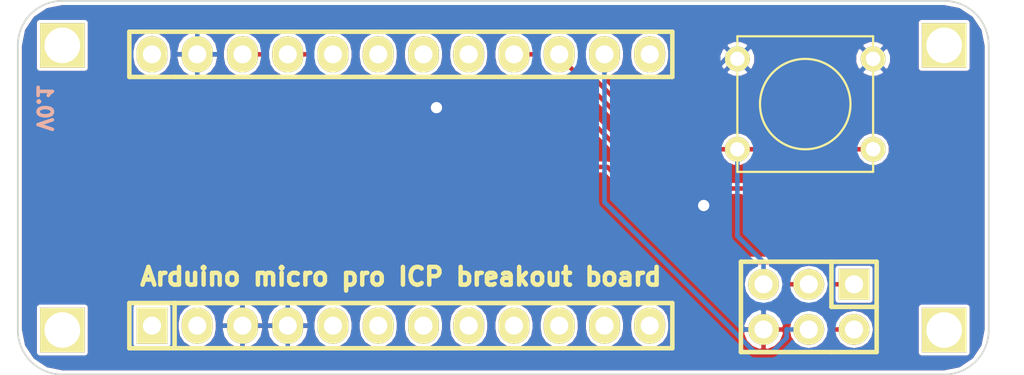
<source format=kicad_pcb>
(kicad_pcb (version 3) (host pcbnew "(2014-03-19 BZR 4756)-product")

  (general
    (links 12)
    (no_connects 0)
    (area 123.869886 100.29664 183.500001 124.7742)
    (thickness 1.6)
    (drawings 14)
    (tracks 66)
    (zones 0)
    (modules 7)
    (nets 23)
  )

  (page A4)
  (layers
    (15 F.Cu signal)
    (0 B.Cu signal)
    (16 B.Adhes user)
    (17 F.Adhes user)
    (18 B.Paste user)
    (19 F.Paste user)
    (20 B.SilkS user)
    (21 F.SilkS user)
    (22 B.Mask user)
    (23 F.Mask user)
    (24 Dwgs.User user)
    (25 Cmts.User user)
    (26 Eco1.User user)
    (27 Eco2.User user)
    (28 Edge.Cuts user)
  )

  (setup
    (last_trace_width 0.254)
    (trace_clearance 0.18)
    (zone_clearance 0.18)
    (zone_45_only no)
    (trace_min 0.254)
    (segment_width 0.2)
    (edge_width 0.1)
    (via_size 0.889)
    (via_drill 0.635)
    (via_min_size 0.889)
    (via_min_drill 0.508)
    (uvia_size 0.508)
    (uvia_drill 0.127)
    (uvias_allowed no)
    (uvia_min_size 0.508)
    (uvia_min_drill 0.127)
    (pcb_text_width 0.3)
    (pcb_text_size 1.5 1.5)
    (mod_edge_width 0.15)
    (mod_text_size 1 1)
    (mod_text_width 0.15)
    (pad_size 1.7272 2.032)
    (pad_drill 1.016)
    (pad_to_mask_clearance 0)
    (aux_axis_origin 0 0)
    (grid_origin 179 104.5)
    (visible_elements FFFFFF7F)
    (pcbplotparams
      (layerselection 284196865)
      (usegerberextensions true)
      (excludeedgelayer true)
      (linewidth 0.150000)
      (plotframeref false)
      (viasonmask false)
      (mode 1)
      (useauxorigin false)
      (hpglpennumber 1)
      (hpglpenspeed 20)
      (hpglpendiameter 15)
      (hpglpenoverlay 2)
      (psnegative false)
      (psa4output false)
      (plotreference true)
      (plotvalue true)
      (plotothertext true)
      (plotinvisibletext false)
      (padsonsilk false)
      (subtractmaskfromsilk false)
      (outputformat 1)
      (mirror false)
      (drillshape 0)
      (scaleselection 1)
      (outputdirectory Gerber))
  )

  (net 0 "")
  (net 1 /RST)
  (net 2 GND)
  (net 3 "Net-(U1-Pad12)")
  (net 4 "Net-(U1-Pad11)")
  (net 5 "Net-(U1-Pad10)")
  (net 6 "Net-(U1-Pad9)")
  (net 7 "Net-(U1-Pad8)")
  (net 8 "Net-(U1-Pad7)")
  (net 9 "Net-(U1-Pad6)")
  (net 10 "Net-(U1-Pad5)")
  (net 11 "Net-(U1-Pad2)")
  (net 12 "Net-(U1-Pad1)")
  (net 13 "Net-(U1-Pad24)")
  (net 14 VCC)
  (net 15 "Net-(U1-Pad20)")
  (net 16 "Net-(U1-Pad19)")
  (net 17 "Net-(U1-Pad18)")
  (net 18 "Net-(U1-Pad17)")
  (net 19 /SCK)
  (net 20 /MISO)
  (net 21 /MOSI)
  (net 22 "Net-(U1-Pad13)")

  (net_class Default "This is the default net class."
    (clearance 0.18)
    (trace_width 0.254)
    (via_dia 0.889)
    (via_drill 0.635)
    (uvia_dia 0.508)
    (uvia_drill 0.127)
    (add_net /MISO)
    (add_net /MOSI)
    (add_net /RST)
    (add_net /SCK)
    (add_net GND)
    (add_net "Net-(U1-Pad1)")
    (add_net "Net-(U1-Pad10)")
    (add_net "Net-(U1-Pad11)")
    (add_net "Net-(U1-Pad12)")
    (add_net "Net-(U1-Pad13)")
    (add_net "Net-(U1-Pad17)")
    (add_net "Net-(U1-Pad18)")
    (add_net "Net-(U1-Pad19)")
    (add_net "Net-(U1-Pad2)")
    (add_net "Net-(U1-Pad20)")
    (add_net "Net-(U1-Pad24)")
    (add_net "Net-(U1-Pad5)")
    (add_net "Net-(U1-Pad6)")
    (add_net "Net-(U1-Pad7)")
    (add_net "Net-(U1-Pad8)")
    (add_net "Net-(U1-Pad9)")
    (add_net VCC)
  )

  (module Discret:SW_PUSH_SMALL (layer F.Cu) (tedit 53865937) (tstamp 5386508C)
    (at 171.2 107.8 180)
    (path /53864635)
    (fp_text reference SW1 (at 0 -0.762 180) (layer F.SilkS) hide
      (effects (font (size 1.016 1.016) (thickness 0.2032)))
    )
    (fp_text value SW_PUSH (at 0 1.016 180) (layer F.SilkS) hide
      (effects (font (size 1.016 1.016) (thickness 0.2032)))
    )
    (fp_circle (center 0 0) (end 0 -2.54) (layer F.SilkS) (width 0.127))
    (fp_line (start -3.81 -3.81) (end 3.81 -3.81) (layer F.SilkS) (width 0.127))
    (fp_line (start 3.81 -3.81) (end 3.81 3.81) (layer F.SilkS) (width 0.127))
    (fp_line (start 3.81 3.81) (end -3.81 3.81) (layer F.SilkS) (width 0.127))
    (fp_line (start -3.81 -3.81) (end -3.81 3.81) (layer F.SilkS) (width 0.127))
    (pad 1 thru_hole circle (at 3.81 -2.54 180) (size 1.397 1.397) (drill 0.8128) (layers *.Cu *.Mask F.SilkS)
      (net 1 /RST))
    (pad 2 thru_hole circle (at 3.81 2.54 180) (size 1.397 1.397) (drill 0.8128) (layers *.Cu *.Mask F.SilkS)
      (net 2 GND))
    (pad 1 thru_hole circle (at -3.81 -2.54 180) (size 1.397 1.397) (drill 0.8128) (layers *.Cu *.Mask F.SilkS)
      (net 1 /RST))
    (pad 2 thru_hole circle (at -3.81 2.54 180) (size 1.397 1.397) (drill 0.8128) (layers *.Cu *.Mask F.SilkS)
      (net 2 GND))
  )

  (module 10to7_arduino:Pro_Micro_24_PIN (layer F.Cu) (tedit 53865922) (tstamp 538650B5)
    (at 148.501 105.004)
    (descr "1 pin")
    (tags "CONN DEV")
    (path /538645DC)
    (fp_text reference U1 (at 0 -2.286) (layer F.SilkS) hide
      (effects (font (size 1.27 1.27) (thickness 0.2032)))
    )
    (fp_text value Pro_Micro (at 0 0) (layer F.SilkS) hide
      (effects (font (size 1.27 1.27) (thickness 0.2032)))
    )
    (fp_line (start -15.24 16.52) (end -12.7 16.52) (layer F.SilkS) (width 0.254))
    (fp_line (start -15.24 13.98) (end -15.24 16.52) (layer F.SilkS) (width 0.254))
    (fp_line (start -12.7 13.98) (end -12.7 16.52) (layer F.SilkS) (width 0.254))
    (fp_line (start -15.24 13.98) (end -12.7 13.98) (layer F.SilkS) (width 0.254))
    (fp_line (start 15.24 16.52) (end -12.7 16.52) (layer F.SilkS) (width 0.254))
    (fp_line (start 15.24 13.98) (end 15.24 16.52) (layer F.SilkS) (width 0.254))
    (fp_line (start -12.7 13.98) (end 15.24 13.98) (layer F.SilkS) (width 0.254))
    (fp_line (start -12.7 -1.27) (end 15.24 -1.27) (layer F.SilkS) (width 0.254))
    (fp_line (start 15.24 -1.27) (end 15.24 1.27) (layer F.SilkS) (width 0.254))
    (fp_line (start 15.24 1.27) (end -12.7 1.27) (layer F.SilkS) (width 0.254))
    (fp_line (start -15.24 -1.27) (end -12.7 -1.27) (layer F.SilkS) (width 0.254))
    (fp_line (start -15.24 -1.27) (end -15.24 1.27) (layer F.SilkS) (width 0.254))
    (fp_line (start -15.24 1.27) (end -12.7 1.27) (layer F.SilkS) (width 0.254))
    (pad 12 thru_hole oval (at 13.97 15.25) (size 1.7272 2.032) (drill 1.016) (layers *.Cu *.Mask F.SilkS)
      (net 3 "Net-(U1-Pad12)"))
    (pad 11 thru_hole oval (at 11.43 15.25) (size 1.7272 2.032) (drill 1.016) (layers *.Cu *.Mask F.SilkS)
      (net 4 "Net-(U1-Pad11)"))
    (pad 10 thru_hole oval (at 8.89 15.25) (size 1.7272 2.032) (drill 1.016) (layers *.Cu *.Mask F.SilkS)
      (net 5 "Net-(U1-Pad10)"))
    (pad 9 thru_hole oval (at 6.35 15.25) (size 1.7272 2.032) (drill 1.016) (layers *.Cu *.Mask F.SilkS)
      (net 6 "Net-(U1-Pad9)"))
    (pad 8 thru_hole oval (at 3.81 15.25) (size 1.7272 2.032) (drill 1.016) (layers *.Cu *.Mask F.SilkS)
      (net 7 "Net-(U1-Pad8)"))
    (pad 7 thru_hole oval (at 1.27 15.25) (size 1.7272 2.032) (drill 1.016) (layers *.Cu *.Mask F.SilkS)
      (net 8 "Net-(U1-Pad7)"))
    (pad 6 thru_hole oval (at -1.27 15.25) (size 1.7272 2.032) (drill 1.016) (layers *.Cu *.Mask F.SilkS)
      (net 9 "Net-(U1-Pad6)"))
    (pad 5 thru_hole oval (at -3.81 15.25) (size 1.7272 2.032) (drill 1.016) (layers *.Cu *.Mask F.SilkS)
      (net 10 "Net-(U1-Pad5)"))
    (pad 4 thru_hole oval (at -6.35 15.25) (size 1.7272 2.032) (drill 1.016) (layers *.Cu *.Mask F.SilkS)
      (net 2 GND))
    (pad 3 thru_hole oval (at -8.89 15.25) (size 1.7272 2.032) (drill 1.016) (layers *.Cu *.Mask F.SilkS)
      (net 2 GND))
    (pad 2 thru_hole oval (at -11.43 15.25) (size 1.7272 2.032) (drill 1.016) (layers *.Cu *.Mask F.SilkS)
      (net 11 "Net-(U1-Pad2)"))
    (pad 1 thru_hole rect (at -13.97 15.25) (size 1.7272 2.032) (drill 1.016) (layers *.Cu *.Mask F.SilkS)
      (net 12 "Net-(U1-Pad1)"))
    (pad 24 thru_hole oval (at -13.97 0) (size 1.7272 2.032) (drill 1.016) (layers *.Cu *.Mask F.SilkS)
      (net 13 "Net-(U1-Pad24)"))
    (pad 23 thru_hole oval (at -11.43 0) (size 1.7272 2.032) (drill 1.016) (layers *.Cu *.Mask F.SilkS)
      (net 2 GND))
    (pad 22 thru_hole oval (at -8.89 0) (size 1.7272 2.032) (drill 1.016) (layers *.Cu *.Mask F.SilkS)
      (net 1 /RST))
    (pad 21 thru_hole oval (at -6.35 0) (size 1.7272 2.032) (drill 1.016) (layers *.Cu *.Mask F.SilkS)
      (net 14 VCC))
    (pad 20 thru_hole oval (at -3.81 0) (size 1.7272 2.032) (drill 1.016) (layers *.Cu *.Mask F.SilkS)
      (net 15 "Net-(U1-Pad20)"))
    (pad 19 thru_hole oval (at -1.27 0) (size 1.7272 2.032) (drill 1.016) (layers *.Cu *.Mask F.SilkS)
      (net 16 "Net-(U1-Pad19)"))
    (pad 18 thru_hole oval (at 1.27 0) (size 1.7272 2.032) (drill 1.016) (layers *.Cu *.Mask F.SilkS)
      (net 17 "Net-(U1-Pad18)"))
    (pad 17 thru_hole oval (at 3.81 0) (size 1.7272 2.032) (drill 1.016) (layers *.Cu *.Mask F.SilkS)
      (net 18 "Net-(U1-Pad17)"))
    (pad 16 thru_hole oval (at 6.35 0) (size 1.7272 2.032) (drill 1.016) (layers *.Cu *.Mask F.SilkS)
      (net 19 /SCK))
    (pad 15 thru_hole oval (at 8.89 0) (size 1.7272 2.032) (drill 1.016) (layers *.Cu *.Mask F.SilkS)
      (net 20 /MISO))
    (pad 14 thru_hole oval (at 11.43 0) (size 1.7272 2.032) (drill 1.016) (layers *.Cu *.Mask F.SilkS)
      (net 21 /MOSI))
    (pad 13 thru_hole oval (at 13.97 0) (size 1.7272 2.032) (drill 1.016) (layers *.Cu *.Mask F.SilkS)
      (net 22 "Net-(U1-Pad13)"))
    (model Pin_Headers/Pin_Header_Straight_1x12.wrl
      (at (xyz 0 0 0))
      (scale (xyz 1 1 1))
      (rotate (xyz 0 0 0))
    )
  )

  (module Pin_Headers:Pin_Header_Straight_2x03 (layer F.Cu) (tedit 5386591A) (tstamp 538650C7)
    (at 171.4 119.2 180)
    (descr "1 pin")
    (tags "CONN DEV")
    (path /53864812)
    (fp_text reference U2 (at 0 -3.81 180) (layer F.SilkS) hide
      (effects (font (size 1.27 1.27) (thickness 0.2032)))
    )
    (fp_text value Atmel_ICP_Header (at 0 0 180) (layer F.SilkS) hide
      (effects (font (size 1.27 1.27) (thickness 0.2032)))
    )
    (fp_line (start -3.81 0) (end -1.27 0) (layer F.SilkS) (width 0.254))
    (fp_line (start -1.27 0) (end -1.27 2.54) (layer F.SilkS) (width 0.254))
    (fp_line (start -3.81 2.54) (end 3.81 2.54) (layer F.SilkS) (width 0.254))
    (fp_line (start 3.81 2.54) (end 3.81 -2.54) (layer F.SilkS) (width 0.254))
    (fp_line (start 3.81 -2.54) (end -1.27 -2.54) (layer F.SilkS) (width 0.254))
    (fp_line (start -3.81 2.54) (end -3.81 0) (layer F.SilkS) (width 0.254))
    (fp_line (start -3.81 -2.54) (end -3.81 0) (layer F.SilkS) (width 0.254))
    (fp_line (start -1.27 -2.54) (end -3.81 -2.54) (layer F.SilkS) (width 0.254))
    (pad 1 thru_hole rect (at -2.54 1.27 180) (size 1.7272 1.7272) (drill 1.016) (layers *.Cu *.Mask F.SilkS)
      (net 20 /MISO))
    (pad 2 thru_hole oval (at -2.54 -1.27 180) (size 1.7272 1.7272) (drill 1.016) (layers *.Cu *.Mask F.SilkS)
      (net 14 VCC))
    (pad 3 thru_hole oval (at 0 1.27 180) (size 1.7272 1.7272) (drill 1.016) (layers *.Cu *.Mask F.SilkS)
      (net 19 /SCK))
    (pad 4 thru_hole oval (at 0 -1.27 180) (size 1.7272 1.7272) (drill 1.016) (layers *.Cu *.Mask F.SilkS)
      (net 21 /MOSI))
    (pad 5 thru_hole oval (at 2.54 1.27 180) (size 1.7272 1.7272) (drill 1.016) (layers *.Cu *.Mask F.SilkS)
      (net 1 /RST))
    (pad 6 thru_hole oval (at 2.54 -1.27 180) (size 1.7272 1.7272) (drill 1.016) (layers *.Cu *.Mask F.SilkS)
      (net 2 GND))
    (model Pin_Headers/Pin_Header_Straight_2x03.wrl
      (at (xyz 0 0 0))
      (scale (xyz 1 1 1))
      (rotate (xyz 0 0 0))
    )
  )

  (module 10to7_sm_standard:2mmHole (layer F.Cu) (tedit 5380E345) (tstamp 5386536B)
    (at 129.5 104.5)
    (fp_text reference 2mmHole (at 0 2.875) (layer F.SilkS) hide
      (effects (font (thickness 0.3048)))
    )
    (fp_text value VAL** (at 0.20066 -2.49936) (layer F.SilkS) hide
      (effects (font (thickness 0.3048)))
    )
    (pad 1 thru_hole rect (at 0 0) (size 2.5 2.5) (drill 2) (layers *.Cu *.Mask F.SilkS))
  )

  (module 10to7_sm_standard:2mmHole (layer F.Cu) (tedit 5380E345) (tstamp 53865374)
    (at 129.5 120.5)
    (fp_text reference 2mmHole (at 0 2.875) (layer F.SilkS) hide
      (effects (font (thickness 0.3048)))
    )
    (fp_text value VAL** (at 0.20066 -2.49936) (layer F.SilkS) hide
      (effects (font (thickness 0.3048)))
    )
    (pad 1 thru_hole rect (at 0 0) (size 2.5 2.5) (drill 2) (layers *.Cu *.Mask F.SilkS))
  )

  (module 10to7_sm_standard:2mmHole (layer F.Cu) (tedit 53865382) (tstamp 53865391)
    (at 162 107.5)
    (fp_text reference 2mmHole (at 0 2.875) (layer F.SilkS) hide
      (effects (font (thickness 0.3048)))
    )
    (fp_text value VAL** (at 0.20066 -2.49936) (layer F.SilkS) hide
      (effects (font (thickness 0.3048)))
    )
    (pad 1 thru_hole rect (at 17 -3) (size 2.5 2.5) (drill 2) (layers *.Cu *.Mask F.SilkS))
  )

  (module 10to7_sm_standard:2mmHole (layer F.Cu) (tedit 5386536A) (tstamp 5386539A)
    (at 162 117)
    (fp_text reference 2mmHole (at 0 2.875) (layer F.SilkS) hide
      (effects (font (thickness 0.3048)))
    )
    (fp_text value VAL** (at 0.20066 -2.49936) (layer F.SilkS) hide
      (effects (font (thickness 0.3048)))
    )
    (pad 1 thru_hole rect (at 17 3.5) (size 2.5 2.5) (drill 2) (layers *.Cu *.Mask F.SilkS))
  )

  (gr_text "Arduino micro pro ICP breakout board" (at 148.5 117.5) (layer F.SilkS)
    (effects (font (size 1 1) (thickness 0.25)))
  )
  (gr_text V0.1 (at 128.5 108 270) (layer B.SilkS)
    (effects (font (size 0.8 0.8) (thickness 0.2)) (justify mirror))
  )
  (gr_line (start 181.5 105.5) (end 181.5 104.5) (angle 90) (layer Edge.Cuts) (width 0.1))
  (gr_line (start 127 105.5) (end 127 104.5) (angle 90) (layer Edge.Cuts) (width 0.1))
  (gr_text 10to7.com (at 179 112.5 90) (layer F.Mask)
    (effects (font (size 1.2 1.2) (thickness 0.3)))
  )
  (gr_text 10to7.com (at 179 112.5 90) (layer F.Cu)
    (effects (font (size 1.2 1.2) (thickness 0.3)))
  )
  (gr_line (start 127 105.5) (end 127 120.5) (angle 90) (layer Edge.Cuts) (width 0.1))
  (gr_arc (start 129.5 104.5) (end 127 104.5) (angle 90) (layer Edge.Cuts) (width 0.1))
  (gr_line (start 179 102) (end 129.5 102) (angle 90) (layer Edge.Cuts) (width 0.1))
  (gr_line (start 129.5 123) (end 179 123) (angle 90) (layer Edge.Cuts) (width 0.1))
  (gr_arc (start 129.5 120.5) (end 129.5 123) (angle 90) (layer Edge.Cuts) (width 0.1))
  (gr_line (start 181.5 120.5) (end 181.5 105.5) (angle 90) (layer Edge.Cuts) (width 0.1))
  (gr_arc (start 179 120.5) (end 181.5 120.5) (angle 90) (layer Edge.Cuts) (width 0.1))
  (gr_arc (start 179 104.5) (end 179 102) (angle 90) (layer Edge.Cuts) (width 0.1))

  (segment (start 167.39 115.2151) (end 167.39 110.34) (width 0.254) (layer B.Cu) (net 1))
  (segment (start 168.86 116.6851) (end 167.39 115.2151) (width 0.254) (layer B.Cu) (net 1))
  (segment (start 168.86 117.93) (end 168.86 116.6851) (width 0.254) (layer B.Cu) (net 1))
  (segment (start 139.611 105.004) (end 140.8559 105.004) (width 0.254) (layer F.Cu) (net 1))
  (segment (start 175.01 110.34) (end 167.39 110.34) (width 0.254) (layer F.Cu) (net 1))
  (segment (start 140.8559 104.3358) (end 140.8559 105.004) (width 0.254) (layer F.Cu) (net 1))
  (segment (start 141.62 103.5717) (end 140.8559 104.3358) (width 0.254) (layer F.Cu) (net 1))
  (segment (start 157.8957 103.5717) (end 141.62 103.5717) (width 0.254) (layer F.Cu) (net 1))
  (segment (start 158.661 104.337) (end 157.8957 103.5717) (width 0.254) (layer F.Cu) (net 1))
  (segment (start 158.661 105.6615) (end 158.661 104.337) (width 0.254) (layer F.Cu) (net 1))
  (segment (start 163.3395 110.34) (end 158.661 105.6615) (width 0.254) (layer F.Cu) (net 1))
  (segment (start 167.39 110.34) (end 163.3395 110.34) (width 0.254) (layer F.Cu) (net 1))
  (segment (start 167.39 105.26) (end 166.74 105.26) (width 0.254) (layer B.Cu) (net 2))
  (segment (start 166.74 105.26) (end 165.5 106.5) (width 0.254) (layer B.Cu) (net 2) (tstamp 53865836))
  (via (at 165.5 113.5) (size 0.889) (layers F.Cu B.Cu) (net 2))
  (segment (start 165.5 106.5) (end 165.5 113.5) (width 0.254) (layer B.Cu) (net 2) (tstamp 53865838))
  (segment (start 137.071 105.004) (end 137.071 107.571) (width 0.254) (layer B.Cu) (net 2))
  (via (at 150.5 108) (size 0.889) (layers F.Cu B.Cu) (net 2))
  (segment (start 137.5 108) (end 150.5 108) (width 0.254) (layer B.Cu) (net 2) (tstamp 538657E7))
  (segment (start 137.071 107.571) (end 137.5 108) (width 0.254) (layer B.Cu) (net 2) (tstamp 538657E3))
  (segment (start 168.86 120.47) (end 168.86 119.2251) (width 0.254) (layer B.Cu) (net 2))
  (segment (start 138.3159 120.2038) (end 138.3661 120.254) (width 0.254) (layer B.Cu) (net 2))
  (segment (start 138.3159 105.004) (end 138.3159 120.2038) (width 0.254) (layer B.Cu) (net 2))
  (segment (start 139.611 120.254) (end 138.3661 120.254) (width 0.254) (layer B.Cu) (net 2))
  (segment (start 137.071 105.004) (end 138.3159 105.004) (width 0.254) (layer B.Cu) (net 2))
  (segment (start 168.86 120.47) (end 167.6151 120.47) (width 0.254) (layer F.Cu) (net 2))
  (segment (start 139.611 120.254) (end 142.151 120.254) (width 0.254) (layer F.Cu) (net 2))
  (segment (start 166.4232 121.6619) (end 167.6151 120.47) (width 0.254) (layer F.Cu) (net 2))
  (segment (start 144.1814 121.6619) (end 166.4232 121.6619) (width 0.254) (layer F.Cu) (net 2))
  (segment (start 143.3959 120.8764) (end 144.1814 121.6619) (width 0.254) (layer F.Cu) (net 2))
  (segment (start 143.3959 120.254) (end 143.3959 120.8764) (width 0.254) (layer F.Cu) (net 2))
  (segment (start 142.151 120.254) (end 143.3959 120.254) (width 0.254) (layer F.Cu) (net 2))
  (segment (start 172.2712 107.9988) (end 175.01 105.26) (width 0.254) (layer B.Cu) (net 2))
  (segment (start 170.1288 107.9988) (end 172.2712 107.9988) (width 0.254) (layer B.Cu) (net 2))
  (segment (start 170.1288 118.4231) (end 170.1288 107.9988) (width 0.254) (layer B.Cu) (net 2))
  (segment (start 169.3268 119.2251) (end 170.1288 118.4231) (width 0.254) (layer B.Cu) (net 2))
  (segment (start 168.86 119.2251) (end 169.3268 119.2251) (width 0.254) (layer B.Cu) (net 2))
  (segment (start 170.1288 107.9988) (end 167.39 105.26) (width 0.254) (layer B.Cu) (net 2))
  (segment (start 143.3959 105.6722) (end 143.3959 105.004) (width 0.254) (layer F.Cu) (net 14))
  (segment (start 149.0577 111.334) (end 143.3959 105.6722) (width 0.254) (layer F.Cu) (net 14))
  (segment (start 160.0924 111.334) (end 149.0577 111.334) (width 0.254) (layer F.Cu) (net 14))
  (segment (start 167.9835 119.2251) (end 160.0924 111.334) (width 0.254) (layer F.Cu) (net 14))
  (segment (start 171.9171 119.2251) (end 167.9835 119.2251) (width 0.254) (layer F.Cu) (net 14))
  (segment (start 172.6951 120.0031) (end 171.9171 119.2251) (width 0.254) (layer F.Cu) (net 14))
  (segment (start 172.6951 120.47) (end 172.6951 120.0031) (width 0.254) (layer F.Cu) (net 14))
  (segment (start 173.94 120.47) (end 172.6951 120.47) (width 0.254) (layer F.Cu) (net 14))
  (segment (start 142.151 105.004) (end 143.3959 105.004) (width 0.254) (layer F.Cu) (net 14))
  (segment (start 156.0959 105.6722) (end 156.0959 105.004) (width 0.254) (layer F.Cu) (net 19))
  (segment (start 167.1088 116.6851) (end 156.0959 105.6722) (width 0.254) (layer F.Cu) (net 19))
  (segment (start 169.3771 116.6851) (end 167.1088 116.6851) (width 0.254) (layer F.Cu) (net 19))
  (segment (start 170.1551 117.4631) (end 169.3771 116.6851) (width 0.254) (layer F.Cu) (net 19))
  (segment (start 170.1551 117.93) (end 170.1551 117.4631) (width 0.254) (layer F.Cu) (net 19))
  (segment (start 171.4 117.93) (end 170.1551 117.93) (width 0.254) (layer F.Cu) (net 19))
  (segment (start 154.851 105.004) (end 156.0959 105.004) (width 0.254) (layer F.Cu) (net 19))
  (segment (start 157.391 105.1202) (end 157.391 105.004) (width 0.254) (layer F.Cu) (net 20))
  (segment (start 164.8157 112.5449) (end 157.391 105.1202) (width 0.254) (layer F.Cu) (net 20))
  (segment (start 167.7768 112.5449) (end 164.8157 112.5449) (width 0.254) (layer F.Cu) (net 20))
  (segment (start 172.6951 117.4632) (end 167.7768 112.5449) (width 0.254) (layer F.Cu) (net 20))
  (segment (start 172.6951 117.93) (end 172.6951 117.4632) (width 0.254) (layer F.Cu) (net 20))
  (segment (start 173.94 117.93) (end 172.6951 117.93) (width 0.254) (layer F.Cu) (net 20))
  (segment (start 159.931 113.3189) (end 159.931 105.004) (width 0.254) (layer B.Cu) (net 21))
  (segment (start 168.3512 121.7391) (end 159.931 113.3189) (width 0.254) (layer B.Cu) (net 21))
  (segment (start 169.3528 121.7391) (end 168.3512 121.7391) (width 0.254) (layer B.Cu) (net 21))
  (segment (start 170.1551 120.9368) (end 169.3528 121.7391) (width 0.254) (layer B.Cu) (net 21))
  (segment (start 170.1551 120.47) (end 170.1551 120.9368) (width 0.254) (layer B.Cu) (net 21))
  (segment (start 171.4 120.47) (end 170.1551 120.47) (width 0.254) (layer B.Cu) (net 21))

  (zone (net 2) (net_name GND) (layer F.Cu) (tstamp 538654B0) (hatch edge 0.508)
    (connect_pads (clearance 0.18))
    (min_thickness 0.18)
    (fill (arc_segments 16) (thermal_gap 0.25) (thermal_bridge_width 0.25))
    (polygon
      (pts
        (xy 127 102) (xy 183.5 102) (xy 183.5 123) (xy 127 123)
      )
    )
    (filled_polygon
      (pts
        (xy 168.105543 117.0821) (xy 168.036215 117.128424) (xy 167.790481 117.49619) (xy 167.704191 117.93) (xy 167.790481 118.36381)
        (xy 168.005599 118.685756) (xy 160.373121 111.053279) (xy 160.244325 110.96722) (xy 160.0924 110.937) (xy 149.222142 110.937)
        (xy 144.577824 106.292681) (xy 144.691 106.315194) (xy 145.12481 106.228904) (xy 145.492576 105.98317) (xy 145.73831 105.615404)
        (xy 145.8246 105.181594) (xy 145.8246 104.826406) (xy 145.73831 104.392596) (xy 145.492576 104.02483) (xy 145.408571 103.9687)
        (xy 146.513428 103.9687) (xy 146.429424 104.02483) (xy 146.18369 104.392596) (xy 146.0974 104.826406) (xy 146.0974 105.181594)
        (xy 146.18369 105.615404) (xy 146.429424 105.98317) (xy 146.79719 106.228904) (xy 147.231 106.315194) (xy 147.66481 106.228904)
        (xy 148.032576 105.98317) (xy 148.27831 105.615404) (xy 148.3646 105.181594) (xy 148.3646 104.826406) (xy 148.27831 104.392596)
        (xy 148.032576 104.02483) (xy 147.948571 103.9687) (xy 149.053428 103.9687) (xy 148.969424 104.02483) (xy 148.72369 104.392596)
        (xy 148.6374 104.826406) (xy 148.6374 105.181594) (xy 148.72369 105.615404) (xy 148.969424 105.98317) (xy 149.33719 106.228904)
        (xy 149.771 106.315194) (xy 150.20481 106.228904) (xy 150.572576 105.98317) (xy 150.81831 105.615404) (xy 150.9046 105.181594)
        (xy 150.9046 104.826406) (xy 150.81831 104.392596) (xy 150.572576 104.02483) (xy 150.488571 103.9687) (xy 151.593428 103.9687)
        (xy 151.509424 104.02483) (xy 151.26369 104.392596) (xy 151.1774 104.826406) (xy 151.1774 105.181594) (xy 151.26369 105.615404)
        (xy 151.509424 105.98317) (xy 151.87719 106.228904) (xy 152.311 106.315194) (xy 152.74481 106.228904) (xy 153.112576 105.98317)
        (xy 153.35831 105.615404) (xy 153.4446 105.181594) (xy 153.4446 104.826406) (xy 153.35831 104.392596) (xy 153.112576 104.02483)
        (xy 153.028571 103.9687) (xy 154.133428 103.9687) (xy 154.049424 104.02483) (xy 153.80369 104.392596) (xy 153.7174 104.826406)
        (xy 153.7174 105.181594) (xy 153.80369 105.615404) (xy 154.049424 105.98317) (xy 154.41719 106.228904) (xy 154.851 106.315194)
        (xy 155.28481 106.228904) (xy 155.652576 105.98317) (xy 155.743983 105.846369) (xy 155.815179 105.952921) (xy 166.828079 116.965822)
        (xy 166.956875 117.05188) (xy 167.1088 117.0821) (xy 168.105543 117.0821)
      )
    )
    (filled_polygon
      (pts
        (xy 171.477943 116.807486) (xy 171.422209 116.7964) (xy 171.377791 116.7964) (xy 170.943981 116.88269) (xy 170.576215 117.128424)
        (xy 170.487992 117.260458) (xy 170.435821 117.182379) (xy 169.657821 116.404379) (xy 169.529025 116.31832) (xy 169.3771 116.2881)
        (xy 167.273242 116.2881) (xy 157.277824 106.292681) (xy 157.391 106.315194) (xy 157.82481 106.228904) (xy 157.892819 106.183461)
        (xy 164.534978 112.825621) (xy 164.534979 112.825621) (xy 164.663774 112.91168) (xy 164.663775 112.91168) (xy 164.68898 112.916693)
        (xy 164.8157 112.9419) (xy 167.612357 112.9419) (xy 171.477943 116.807486)
      )
    )
    (filled_polygon
      (pts
        (xy 181.18 120.468484) (xy 181.008265 121.331851) (xy 180.537059 122.037059) (xy 180.52 122.048457) (xy 180.52 121.803707)
        (xy 180.52 121.696294) (xy 180.52 119.196294) (xy 180.52 105.803707) (xy 180.52 105.696294) (xy 180.52 103.196294)
        (xy 180.478895 103.097058) (xy 180.402943 103.021105) (xy 180.303707 102.98) (xy 180.196294 102.98) (xy 177.696294 102.98)
        (xy 177.597058 103.021105) (xy 177.521105 103.097057) (xy 177.48 103.196293) (xy 177.48 103.303706) (xy 177.48 105.803706)
        (xy 177.521105 105.902942) (xy 177.597057 105.978895) (xy 177.696293 106.02) (xy 177.803706 106.02) (xy 180.303706 106.02)
        (xy 180.402942 105.978895) (xy 180.478895 105.902943) (xy 180.52 105.803707) (xy 180.52 119.196294) (xy 180.478895 119.097058)
        (xy 180.402943 119.021105) (xy 180.303707 118.98) (xy 180.26 118.98) (xy 180.26 117.662856) (xy 180.26 107.337143)
        (xy 177.44 107.337143) (xy 177.44 117.662856) (xy 180.26 117.662856) (xy 180.26 118.98) (xy 180.196294 118.98)
        (xy 177.696294 118.98) (xy 177.597058 119.021105) (xy 177.521105 119.097057) (xy 177.48 119.196293) (xy 177.48 119.303706)
        (xy 177.48 121.803706) (xy 177.521105 121.902942) (xy 177.597057 121.978895) (xy 177.696293 122.02) (xy 177.803706 122.02)
        (xy 180.303706 122.02) (xy 180.402942 121.978895) (xy 180.478895 121.902943) (xy 180.52 121.803707) (xy 180.52 122.048457)
        (xy 179.83185 122.508265) (xy 178.968484 122.68) (xy 176.049762 122.68) (xy 176.049762 105.059882) (xy 175.894033 104.677215)
        (xy 175.886728 104.666282) (xy 175.722916 104.596581) (xy 175.673419 104.646078) (xy 175.673419 104.547084) (xy 175.603718 104.383272)
        (xy 175.223015 104.222803) (xy 174.809882 104.220238) (xy 174.427215 104.375967) (xy 174.416282 104.383272) (xy 174.346581 104.547084)
        (xy 175.01 105.210503) (xy 175.673419 104.547084) (xy 175.673419 104.646078) (xy 175.059497 105.26) (xy 175.722916 105.923419)
        (xy 175.886728 105.853718) (xy 176.047197 105.473015) (xy 176.049762 105.059882) (xy 176.049762 122.68) (xy 175.978668 122.68)
        (xy 175.978668 110.148199) (xy 175.831533 109.792106) (xy 175.673419 109.633715) (xy 175.673419 105.972916) (xy 175.01 105.309497)
        (xy 174.960503 105.358994) (xy 174.960503 105.26) (xy 174.297084 104.596581) (xy 174.133272 104.666282) (xy 173.972803 105.046985)
        (xy 173.970238 105.460118) (xy 174.125967 105.842785) (xy 174.133272 105.853718) (xy 174.297084 105.923419) (xy 174.960503 105.26)
        (xy 174.960503 105.358994) (xy 174.346581 105.972916) (xy 174.416282 106.136728) (xy 174.796985 106.297197) (xy 175.210118 106.299762)
        (xy 175.592785 106.144033) (xy 175.603718 106.136728) (xy 175.673419 105.972916) (xy 175.673419 109.633715) (xy 175.559327 109.519424)
        (xy 175.203492 109.371669) (xy 174.818199 109.371332) (xy 174.462106 109.518467) (xy 174.189424 109.790673) (xy 174.126172 109.943)
        (xy 168.429762 109.943) (xy 168.429762 105.059882) (xy 168.274033 104.677215) (xy 168.266728 104.666282) (xy 168.102916 104.596581)
        (xy 168.053419 104.646078) (xy 168.053419 104.547084) (xy 167.983718 104.383272) (xy 167.603015 104.222803) (xy 167.189882 104.220238)
        (xy 166.807215 104.375967) (xy 166.796282 104.383272) (xy 166.726581 104.547084) (xy 167.39 105.210503) (xy 168.053419 104.547084)
        (xy 168.053419 104.646078) (xy 167.439497 105.26) (xy 168.102916 105.923419) (xy 168.266728 105.853718) (xy 168.427197 105.473015)
        (xy 168.429762 105.059882) (xy 168.429762 109.943) (xy 168.273881 109.943) (xy 168.211533 109.792106) (xy 168.053419 109.633715)
        (xy 168.053419 105.972916) (xy 167.39 105.309497) (xy 167.340503 105.358994) (xy 167.340503 105.26) (xy 166.677084 104.596581)
        (xy 166.513272 104.666282) (xy 166.352803 105.046985) (xy 166.350238 105.460118) (xy 166.505967 105.842785) (xy 166.513272 105.853718)
        (xy 166.677084 105.923419) (xy 167.340503 105.26) (xy 167.340503 105.358994) (xy 166.726581 105.972916) (xy 166.796282 106.136728)
        (xy 167.176985 106.297197) (xy 167.590118 106.299762) (xy 167.972785 106.144033) (xy 167.983718 106.136728) (xy 168.053419 105.972916)
        (xy 168.053419 109.633715) (xy 167.939327 109.519424) (xy 167.583492 109.371669) (xy 167.198199 109.371332) (xy 166.842106 109.518467)
        (xy 166.569424 109.790673) (xy 166.506172 109.943) (xy 163.6046 109.943) (xy 163.6046 105.181594) (xy 163.6046 104.826406)
        (xy 163.51831 104.392596) (xy 163.272576 104.02483) (xy 162.90481 103.779096) (xy 162.471 103.692806) (xy 162.03719 103.779096)
        (xy 161.669424 104.02483) (xy 161.42369 104.392596) (xy 161.3374 104.826406) (xy 161.3374 105.181594) (xy 161.42369 105.615404)
        (xy 161.669424 105.98317) (xy 162.03719 106.228904) (xy 162.471 106.315194) (xy 162.90481 106.228904) (xy 163.272576 105.98317)
        (xy 163.51831 105.615404) (xy 163.6046 105.181594) (xy 163.6046 109.943) (xy 163.503942 109.943) (xy 159.862513 106.301571)
        (xy 159.931 106.315194) (xy 160.36481 106.228904) (xy 160.732576 105.98317) (xy 160.97831 105.615404) (xy 161.0646 105.181594)
        (xy 161.0646 104.826406) (xy 160.97831 104.392596) (xy 160.732576 104.02483) (xy 160.36481 103.779096) (xy 159.931 103.692806)
        (xy 159.49719 103.779096) (xy 159.129424 104.02483) (xy 159.025065 104.181012) (xy 158.941722 104.056279) (xy 158.176421 103.290979)
        (xy 158.047625 103.20492) (xy 157.8957 103.1747) (xy 141.62 103.1747) (xy 141.468075 103.20492) (xy 141.339279 103.290978)
        (xy 140.575179 104.055079) (xy 140.503983 104.16163) (xy 140.412576 104.02483) (xy 140.04481 103.779096) (xy 139.611 103.692806)
        (xy 139.17719 103.779096) (xy 138.809424 104.02483) (xy 138.56369 104.392596) (xy 138.4774 104.826406) (xy 138.4774 105.181594)
        (xy 138.56369 105.615404) (xy 138.809424 105.98317) (xy 139.17719 106.228904) (xy 139.611 106.315194) (xy 140.04481 106.228904)
        (xy 140.412576 105.98317) (xy 140.65831 105.615404) (xy 140.700957 105.401) (xy 140.8559 105.401) (xy 141.007825 105.37078)
        (xy 141.049493 105.342938) (xy 141.10369 105.615404) (xy 141.349424 105.98317) (xy 141.71719 106.228904) (xy 142.151 106.315194)
        (xy 142.58481 106.228904) (xy 142.952576 105.98317) (xy 143.043983 105.846369) (xy 143.115179 105.952921) (xy 148.776978 111.614721)
        (xy 148.776979 111.614721) (xy 148.905774 111.70078) (xy 148.905775 111.70078) (xy 148.93098 111.705793) (xy 149.0577 111.731)
        (xy 159.927957 111.731) (xy 167.702779 119.505822) (xy 167.831575 119.59188) (xy 167.9835 119.6221) (xy 168.038638 119.6221)
        (xy 167.866104 119.791154) (xy 167.681977 120.223176) (xy 167.677196 120.247226) (xy 167.741948 120.435) (xy 168.825 120.435)
        (xy 168.825 120.415) (xy 168.895 120.415) (xy 168.895 120.435) (xy 169.978052 120.435) (xy 170.042804 120.247226)
        (xy 170.038023 120.223176) (xy 169.853896 119.791154) (xy 169.681361 119.6221) (xy 170.645543 119.6221) (xy 170.576215 119.668424)
        (xy 170.330481 120.03619) (xy 170.244191 120.47) (xy 170.330481 120.90381) (xy 170.576215 121.271576) (xy 170.943981 121.51731)
        (xy 171.377791 121.6036) (xy 171.422209 121.6036) (xy 171.856019 121.51731) (xy 172.223785 121.271576) (xy 172.469519 120.90381)
        (xy 172.489928 120.801202) (xy 172.543175 120.83678) (xy 172.6951 120.867) (xy 172.863159 120.867) (xy 172.870481 120.90381)
        (xy 173.116215 121.271576) (xy 173.483981 121.51731) (xy 173.917791 121.6036) (xy 173.962209 121.6036) (xy 174.396019 121.51731)
        (xy 174.763785 121.271576) (xy 175.009519 120.90381) (xy 175.095809 120.47) (xy 175.009519 120.03619) (xy 174.763785 119.668424)
        (xy 174.396019 119.42269) (xy 173.962209 119.3364) (xy 173.917791 119.3364) (xy 173.483981 119.42269) (xy 173.116215 119.668424)
        (xy 173.027992 119.800458) (xy 172.975821 119.722379) (xy 172.197821 118.944379) (xy 172.069025 118.85832) (xy 172.042111 118.852966)
        (xy 172.223785 118.731576) (xy 172.469519 118.36381) (xy 172.489928 118.261202) (xy 172.543175 118.29678) (xy 172.6951 118.327)
        (xy 172.8064 118.327) (xy 172.8064 118.847306) (xy 172.847505 118.946542) (xy 172.923457 119.022495) (xy 173.022693 119.0636)
        (xy 173.130106 119.0636) (xy 174.857306 119.0636) (xy 174.956542 119.022495) (xy 175.032495 118.946543) (xy 175.0736 118.847307)
        (xy 175.0736 118.739894) (xy 175.0736 117.012694) (xy 175.032495 116.913458) (xy 174.956543 116.837505) (xy 174.857307 116.7964)
        (xy 174.749894 116.7964) (xy 173.022694 116.7964) (xy 172.923458 116.837505) (xy 172.847505 116.913457) (xy 172.8064 117.012693)
        (xy 172.8064 117.013057) (xy 168.057521 112.264179) (xy 167.928725 112.17812) (xy 167.7768 112.1479) (xy 164.980142 112.1479)
        (xy 163.569242 110.737) (xy 166.506118 110.737) (xy 166.568467 110.887894) (xy 166.840673 111.160576) (xy 167.196508 111.308331)
        (xy 167.581801 111.308668) (xy 167.937894 111.161533) (xy 168.210576 110.889327) (xy 168.273827 110.737) (xy 174.126118 110.737)
        (xy 174.188467 110.887894) (xy 174.460673 111.160576) (xy 174.816508 111.308331) (xy 175.201801 111.308668) (xy 175.557894 111.161533)
        (xy 175.830576 110.889327) (xy 175.978331 110.533492) (xy 175.978668 110.148199) (xy 175.978668 122.68) (xy 170.042804 122.68)
        (xy 170.042804 120.692774) (xy 169.978052 120.505) (xy 168.895 120.505) (xy 168.895 121.588094) (xy 169.082774 121.652807)
        (xy 169.518457 121.477519) (xy 169.853896 121.148846) (xy 170.038023 120.716824) (xy 170.042804 120.692774) (xy 170.042804 122.68)
        (xy 168.825 122.68) (xy 168.825 121.588094) (xy 168.825 120.505) (xy 167.741948 120.505) (xy 167.677196 120.692774)
        (xy 167.681977 120.716824) (xy 167.866104 121.148846) (xy 168.201543 121.477519) (xy 168.637226 121.652807) (xy 168.825 121.588094)
        (xy 168.825 122.68) (xy 163.6046 122.68) (xy 163.6046 120.431594) (xy 163.6046 120.076406) (xy 163.51831 119.642596)
        (xy 163.272576 119.27483) (xy 162.90481 119.029096) (xy 162.471 118.942806) (xy 162.03719 119.029096) (xy 161.669424 119.27483)
        (xy 161.42369 119.642596) (xy 161.3374 120.076406) (xy 161.3374 120.431594) (xy 161.42369 120.865404) (xy 161.669424 121.23317)
        (xy 162.03719 121.478904) (xy 162.471 121.565194) (xy 162.90481 121.478904) (xy 163.272576 121.23317) (xy 163.51831 120.865404)
        (xy 163.6046 120.431594) (xy 163.6046 122.68) (xy 161.0646 122.68) (xy 161.0646 120.431594) (xy 161.0646 120.076406)
        (xy 160.97831 119.642596) (xy 160.732576 119.27483) (xy 160.36481 119.029096) (xy 159.931 118.942806) (xy 159.49719 119.029096)
        (xy 159.129424 119.27483) (xy 158.88369 119.642596) (xy 158.7974 120.076406) (xy 158.7974 120.431594) (xy 158.88369 120.865404)
        (xy 159.129424 121.23317) (xy 159.49719 121.478904) (xy 159.931 121.565194) (xy 160.36481 121.478904) (xy 160.732576 121.23317)
        (xy 160.97831 120.865404) (xy 161.0646 120.431594) (xy 161.0646 122.68) (xy 158.5246 122.68) (xy 158.5246 120.431594)
        (xy 158.5246 120.076406) (xy 158.43831 119.642596) (xy 158.192576 119.27483) (xy 157.82481 119.029096) (xy 157.391 118.942806)
        (xy 156.95719 119.029096) (xy 156.589424 119.27483) (xy 156.34369 119.642596) (xy 156.2574 120.076406) (xy 156.2574 120.431594)
        (xy 156.34369 120.865404) (xy 156.589424 121.23317) (xy 156.95719 121.478904) (xy 157.391 121.565194) (xy 157.82481 121.478904)
        (xy 158.192576 121.23317) (xy 158.43831 120.865404) (xy 158.5246 120.431594) (xy 158.5246 122.68) (xy 155.9846 122.68)
        (xy 155.9846 120.431594) (xy 155.9846 120.076406) (xy 155.89831 119.642596) (xy 155.652576 119.27483) (xy 155.28481 119.029096)
        (xy 154.851 118.942806) (xy 154.41719 119.029096) (xy 154.049424 119.27483) (xy 153.80369 119.642596) (xy 153.7174 120.076406)
        (xy 153.7174 120.431594) (xy 153.80369 120.865404) (xy 154.049424 121.23317) (xy 154.41719 121.478904) (xy 154.851 121.565194)
        (xy 155.28481 121.478904) (xy 155.652576 121.23317) (xy 155.89831 120.865404) (xy 155.9846 120.431594) (xy 155.9846 122.68)
        (xy 153.4446 122.68) (xy 153.4446 120.431594) (xy 153.4446 120.076406) (xy 153.35831 119.642596) (xy 153.112576 119.27483)
        (xy 152.74481 119.029096) (xy 152.311 118.942806) (xy 151.87719 119.029096) (xy 151.509424 119.27483) (xy 151.26369 119.642596)
        (xy 151.1774 120.076406) (xy 151.1774 120.431594) (xy 151.26369 120.865404) (xy 151.509424 121.23317) (xy 151.87719 121.478904)
        (xy 152.311 121.565194) (xy 152.74481 121.478904) (xy 153.112576 121.23317) (xy 153.35831 120.865404) (xy 153.4446 120.431594)
        (xy 153.4446 122.68) (xy 150.9046 122.68) (xy 150.9046 120.431594) (xy 150.9046 120.076406) (xy 150.81831 119.642596)
        (xy 150.572576 119.27483) (xy 150.20481 119.029096) (xy 149.771 118.942806) (xy 149.33719 119.029096) (xy 148.969424 119.27483)
        (xy 148.72369 119.642596) (xy 148.6374 120.076406) (xy 148.6374 120.431594) (xy 148.72369 120.865404) (xy 148.969424 121.23317)
        (xy 149.33719 121.478904) (xy 149.771 121.565194) (xy 150.20481 121.478904) (xy 150.572576 121.23317) (xy 150.81831 120.865404)
        (xy 150.9046 120.431594) (xy 150.9046 122.68) (xy 148.3646 122.68) (xy 148.3646 120.431594) (xy 148.3646 120.076406)
        (xy 148.27831 119.642596) (xy 148.032576 119.27483) (xy 147.66481 119.029096) (xy 147.231 118.942806) (xy 146.79719 119.029096)
        (xy 146.429424 119.27483) (xy 146.18369 119.642596) (xy 146.0974 120.076406) (xy 146.0974 120.431594) (xy 146.18369 120.865404)
        (xy 146.429424 121.23317) (xy 146.79719 121.478904) (xy 147.231 121.565194) (xy 147.66481 121.478904) (xy 148.032576 121.23317)
        (xy 148.27831 120.865404) (xy 148.3646 120.431594) (xy 148.3646 122.68) (xy 145.8246 122.68) (xy 145.8246 120.431594)
        (xy 145.8246 120.076406) (xy 145.73831 119.642596) (xy 145.492576 119.27483) (xy 145.12481 119.029096) (xy 144.691 118.942806)
        (xy 144.25719 119.029096) (xy 143.889424 119.27483) (xy 143.64369 119.642596) (xy 143.5574 120.076406) (xy 143.5574 120.431594)
        (xy 143.64369 120.865404) (xy 143.889424 121.23317) (xy 144.25719 121.478904) (xy 144.691 121.565194) (xy 145.12481 121.478904)
        (xy 145.492576 121.23317) (xy 145.73831 120.865404) (xy 145.8246 120.431594) (xy 145.8246 122.68) (xy 143.3546 122.68)
        (xy 143.3546 120.4414) (xy 143.3546 120.289) (xy 143.3546 120.219) (xy 143.3546 120.0666) (xy 143.249587 119.608666)
        (xy 142.977324 119.225777) (xy 142.579261 118.976225) (xy 142.373774 118.918796) (xy 142.186 118.983548) (xy 142.186 120.219)
        (xy 143.3546 120.219) (xy 143.3546 120.289) (xy 142.186 120.289) (xy 142.186 121.524452) (xy 142.373774 121.589204)
        (xy 142.579261 121.531775) (xy 142.977324 121.282223) (xy 143.249587 120.899334) (xy 143.3546 120.4414) (xy 143.3546 122.68)
        (xy 142.116 122.68) (xy 142.116 121.524452) (xy 142.116 120.289) (xy 142.116 120.219) (xy 142.116 118.983548)
        (xy 141.928226 118.918796) (xy 141.722739 118.976225) (xy 141.324676 119.225777) (xy 141.052413 119.608666) (xy 140.9474 120.0666)
        (xy 140.9474 120.219) (xy 142.116 120.219) (xy 142.116 120.289) (xy 140.9474 120.289) (xy 140.9474 120.4414)
        (xy 141.052413 120.899334) (xy 141.324676 121.282223) (xy 141.722739 121.531775) (xy 141.928226 121.589204) (xy 142.116 121.524452)
        (xy 142.116 122.68) (xy 140.8146 122.68) (xy 140.8146 120.4414) (xy 140.8146 120.289) (xy 140.8146 120.219)
        (xy 140.8146 120.0666) (xy 140.709587 119.608666) (xy 140.437324 119.225777) (xy 140.039261 118.976225) (xy 139.833774 118.918796)
        (xy 139.646 118.983548) (xy 139.646 120.219) (xy 140.8146 120.219) (xy 140.8146 120.289) (xy 139.646 120.289)
        (xy 139.646 121.524452) (xy 139.833774 121.589204) (xy 140.039261 121.531775) (xy 140.437324 121.282223) (xy 140.709587 120.899334)
        (xy 140.8146 120.4414) (xy 140.8146 122.68) (xy 139.576 122.68) (xy 139.576 121.524452) (xy 139.576 120.289)
        (xy 139.576 120.219) (xy 139.576 118.983548) (xy 139.388226 118.918796) (xy 139.182739 118.976225) (xy 138.784676 119.225777)
        (xy 138.512413 119.608666) (xy 138.4074 120.0666) (xy 138.4074 120.219) (xy 139.576 120.219) (xy 139.576 120.289)
        (xy 138.4074 120.289) (xy 138.4074 120.4414) (xy 138.512413 120.899334) (xy 138.784676 121.282223) (xy 139.182739 121.531775)
        (xy 139.388226 121.589204) (xy 139.576 121.524452) (xy 139.576 122.68) (xy 138.2746 122.68) (xy 138.2746 105.1914)
        (xy 138.2746 105.039) (xy 138.2746 104.969) (xy 138.2746 104.8166) (xy 138.169587 104.358666) (xy 137.897324 103.975777)
        (xy 137.499261 103.726225) (xy 137.293774 103.668796) (xy 137.106 103.733548) (xy 137.106 104.969) (xy 138.2746 104.969)
        (xy 138.2746 105.039) (xy 137.106 105.039) (xy 137.106 106.274452) (xy 137.293774 106.339204) (xy 137.499261 106.281775)
        (xy 137.897324 106.032223) (xy 138.169587 105.649334) (xy 138.2746 105.1914) (xy 138.2746 122.68) (xy 138.2046 122.68)
        (xy 138.2046 120.431594) (xy 138.2046 120.076406) (xy 138.11831 119.642596) (xy 137.872576 119.27483) (xy 137.50481 119.029096)
        (xy 137.071 118.942806) (xy 137.036 118.949767) (xy 137.036 106.274452) (xy 137.036 105.039) (xy 137.036 104.969)
        (xy 137.036 103.733548) (xy 136.848226 103.668796) (xy 136.642739 103.726225) (xy 136.244676 103.975777) (xy 135.972413 104.358666)
        (xy 135.8674 104.8166) (xy 135.8674 104.969) (xy 137.036 104.969) (xy 137.036 105.039) (xy 135.8674 105.039)
        (xy 135.8674 105.1914) (xy 135.972413 105.649334) (xy 136.244676 106.032223) (xy 136.642739 106.281775) (xy 136.848226 106.339204)
        (xy 137.036 106.274452) (xy 137.036 118.949767) (xy 136.63719 119.029096) (xy 136.269424 119.27483) (xy 136.02369 119.642596)
        (xy 135.9374 120.076406) (xy 135.9374 120.431594) (xy 136.02369 120.865404) (xy 136.269424 121.23317) (xy 136.63719 121.478904)
        (xy 137.071 121.565194) (xy 137.50481 121.478904) (xy 137.872576 121.23317) (xy 138.11831 120.865404) (xy 138.2046 120.431594)
        (xy 138.2046 122.68) (xy 135.6646 122.68) (xy 135.6646 121.323707) (xy 135.6646 121.216294) (xy 135.6646 119.184294)
        (xy 135.6646 105.181594) (xy 135.6646 104.826406) (xy 135.57831 104.392596) (xy 135.332576 104.02483) (xy 134.96481 103.779096)
        (xy 134.531 103.692806) (xy 134.09719 103.779096) (xy 133.729424 104.02483) (xy 133.48369 104.392596) (xy 133.3974 104.826406)
        (xy 133.3974 105.181594) (xy 133.48369 105.615404) (xy 133.729424 105.98317) (xy 134.09719 106.228904) (xy 134.531 106.315194)
        (xy 134.96481 106.228904) (xy 135.332576 105.98317) (xy 135.57831 105.615404) (xy 135.6646 105.181594) (xy 135.6646 119.184294)
        (xy 135.623495 119.085058) (xy 135.547543 119.009105) (xy 135.448307 118.968) (xy 135.340894 118.968) (xy 133.613694 118.968)
        (xy 133.514458 119.009105) (xy 133.438505 119.085057) (xy 133.3974 119.184293) (xy 133.3974 119.291706) (xy 133.3974 121.323706)
        (xy 133.438505 121.422942) (xy 133.514457 121.498895) (xy 133.613693 121.54) (xy 133.721106 121.54) (xy 135.448306 121.54)
        (xy 135.547542 121.498895) (xy 135.623495 121.422943) (xy 135.6646 121.323707) (xy 135.6646 122.68) (xy 131.02 122.68)
        (xy 131.02 121.803707) (xy 131.02 121.696294) (xy 131.02 119.196294) (xy 131.02 105.803707) (xy 131.02 105.696294)
        (xy 131.02 103.196294) (xy 130.978895 103.097058) (xy 130.902943 103.021105) (xy 130.803707 102.98) (xy 130.696294 102.98)
        (xy 128.196294 102.98) (xy 128.097058 103.021105) (xy 128.021105 103.097057) (xy 127.98 103.196293) (xy 127.98 103.303706)
        (xy 127.98 105.803706) (xy 128.021105 105.902942) (xy 128.097057 105.978895) (xy 128.196293 106.02) (xy 128.303706 106.02)
        (xy 130.803706 106.02) (xy 130.902942 105.978895) (xy 130.978895 105.902943) (xy 131.02 105.803707) (xy 131.02 119.196294)
        (xy 130.978895 119.097058) (xy 130.902943 119.021105) (xy 130.803707 118.98) (xy 130.696294 118.98) (xy 128.196294 118.98)
        (xy 128.097058 119.021105) (xy 128.021105 119.097057) (xy 127.98 119.196293) (xy 127.98 119.303706) (xy 127.98 121.803706)
        (xy 128.021105 121.902942) (xy 128.097057 121.978895) (xy 128.196293 122.02) (xy 128.303706 122.02) (xy 130.803706 122.02)
        (xy 130.902942 121.978895) (xy 130.978895 121.902943) (xy 131.02 121.803707) (xy 131.02 122.68) (xy 129.531515 122.68)
        (xy 128.668148 122.508265) (xy 127.96294 122.037059) (xy 127.491734 121.33185) (xy 127.32 120.468484) (xy 127.32 105.5)
        (xy 127.32 104.531515) (xy 127.491734 103.668149) (xy 127.96294 102.96294) (xy 128.668148 102.491734) (xy 129.531515 102.32)
        (xy 178.968484 102.32) (xy 179.83185 102.491734) (xy 180.537059 102.96294) (xy 181.008265 103.668148) (xy 181.18 104.531515)
        (xy 181.18 105.5) (xy 181.18 120.468484)
      )
    )
  )
  (zone (net 2) (net_name GND) (layer B.Cu) (tstamp 538654D5) (hatch edge 0.508)
    (connect_pads (clearance 0.18))
    (min_thickness 0.18)
    (fill (arc_segments 16) (thermal_gap 0.25) (thermal_bridge_width 0.25))
    (polygon
      (pts
        (xy 126 102) (xy 182.5 102) (xy 182.5 123) (xy 126 123)
      )
    )
    (filled_polygon
      (pts
        (xy 181.18 120.468484) (xy 181.008265 121.331851) (xy 180.537059 122.037059) (xy 180.52 122.048457) (xy 180.52 121.803707)
        (xy 180.52 121.696294) (xy 180.52 119.196294) (xy 180.52 105.803707) (xy 180.52 105.696294) (xy 180.52 103.196294)
        (xy 180.478895 103.097058) (xy 180.402943 103.021105) (xy 180.303707 102.98) (xy 180.196294 102.98) (xy 177.696294 102.98)
        (xy 177.597058 103.021105) (xy 177.521105 103.097057) (xy 177.48 103.196293) (xy 177.48 103.303706) (xy 177.48 105.803706)
        (xy 177.521105 105.902942) (xy 177.597057 105.978895) (xy 177.696293 106.02) (xy 177.803706 106.02) (xy 180.303706 106.02)
        (xy 180.402942 105.978895) (xy 180.478895 105.902943) (xy 180.52 105.803707) (xy 180.52 119.196294) (xy 180.478895 119.097058)
        (xy 180.402943 119.021105) (xy 180.303707 118.98) (xy 180.196294 118.98) (xy 177.696294 118.98) (xy 177.597058 119.021105)
        (xy 177.521105 119.097057) (xy 177.48 119.196293) (xy 177.48 119.303706) (xy 177.48 121.803706) (xy 177.521105 121.902942)
        (xy 177.597057 121.978895) (xy 177.696293 122.02) (xy 177.803706 122.02) (xy 180.303706 122.02) (xy 180.402942 121.978895)
        (xy 180.478895 121.902943) (xy 180.52 121.803707) (xy 180.52 122.048457) (xy 179.83185 122.508265) (xy 178.968484 122.68)
        (xy 176.049762 122.68) (xy 176.049762 105.059882) (xy 175.894033 104.677215) (xy 175.886728 104.666282) (xy 175.722916 104.596581)
        (xy 175.673419 104.646078) (xy 175.673419 104.547084) (xy 175.603718 104.383272) (xy 175.223015 104.222803) (xy 174.809882 104.220238)
        (xy 174.427215 104.375967) (xy 174.416282 104.383272) (xy 174.346581 104.547084) (xy 175.01 105.210503) (xy 175.673419 104.547084)
        (xy 175.673419 104.646078) (xy 175.059497 105.26) (xy 175.722916 105.923419) (xy 175.886728 105.853718) (xy 176.047197 105.473015)
        (xy 176.049762 105.059882) (xy 176.049762 122.68) (xy 175.978668 122.68) (xy 175.978668 110.148199) (xy 175.831533 109.792106)
        (xy 175.673419 109.633715) (xy 175.673419 105.972916) (xy 175.01 105.309497) (xy 174.960503 105.358994) (xy 174.960503 105.26)
        (xy 174.297084 104.596581) (xy 174.133272 104.666282) (xy 173.972803 105.046985) (xy 173.970238 105.460118) (xy 174.125967 105.842785)
        (xy 174.133272 105.853718) (xy 174.297084 105.923419) (xy 174.960503 105.26) (xy 174.960503 105.358994) (xy 174.346581 105.972916)
        (xy 174.416282 106.136728) (xy 174.796985 106.297197) (xy 175.210118 106.299762) (xy 175.592785 106.144033) (xy 175.603718 106.136728)
        (xy 175.673419 105.972916) (xy 175.673419 109.633715) (xy 175.559327 109.519424) (xy 175.203492 109.371669) (xy 174.818199 109.371332)
        (xy 174.462106 109.518467) (xy 174.189424 109.790673) (xy 174.041669 110.146508) (xy 174.041332 110.531801) (xy 174.188467 110.887894)
        (xy 174.460673 111.160576) (xy 174.816508 111.308331) (xy 175.201801 111.308668) (xy 175.557894 111.161533) (xy 175.830576 110.889327)
        (xy 175.978331 110.533492) (xy 175.978668 110.148199) (xy 175.978668 122.68) (xy 175.095809 122.68) (xy 175.095809 120.47)
        (xy 175.0736 120.358347) (xy 175.0736 118.847307) (xy 175.0736 118.739894) (xy 175.0736 117.012694) (xy 175.032495 116.913458)
        (xy 174.956543 116.837505) (xy 174.857307 116.7964) (xy 174.749894 116.7964) (xy 173.022694 116.7964) (xy 172.923458 116.837505)
        (xy 172.847505 116.913457) (xy 172.8064 117.012693) (xy 172.8064 117.120106) (xy 172.8064 118.847306) (xy 172.847505 118.946542)
        (xy 172.923457 119.022495) (xy 173.022693 119.0636) (xy 173.130106 119.0636) (xy 174.857306 119.0636) (xy 174.956542 119.022495)
        (xy 175.032495 118.946543) (xy 175.0736 118.847307) (xy 175.0736 120.358347) (xy 175.009519 120.03619) (xy 174.763785 119.668424)
        (xy 174.396019 119.42269) (xy 173.962209 119.3364) (xy 173.917791 119.3364) (xy 173.483981 119.42269) (xy 173.116215 119.668424)
        (xy 172.870481 120.03619) (xy 172.784191 120.47) (xy 172.870481 120.90381) (xy 173.116215 121.271576) (xy 173.483981 121.51731)
        (xy 173.917791 121.6036) (xy 173.962209 121.6036) (xy 174.396019 121.51731) (xy 174.763785 121.271576) (xy 175.009519 120.90381)
        (xy 175.095809 120.47) (xy 175.095809 122.68) (xy 172.555809 122.68) (xy 172.555809 120.47) (xy 172.555809 117.93)
        (xy 172.469519 117.49619) (xy 172.223785 117.128424) (xy 171.856019 116.88269) (xy 171.422209 116.7964) (xy 171.377791 116.7964)
        (xy 170.943981 116.88269) (xy 170.576215 117.128424) (xy 170.330481 117.49619) (xy 170.244191 117.93) (xy 170.330481 118.36381)
        (xy 170.576215 118.731576) (xy 170.943981 118.97731) (xy 171.377791 119.0636) (xy 171.422209 119.0636) (xy 171.856019 118.97731)
        (xy 172.223785 118.731576) (xy 172.469519 118.36381) (xy 172.555809 117.93) (xy 172.555809 120.47) (xy 172.469519 120.03619)
        (xy 172.223785 119.668424) (xy 171.856019 119.42269) (xy 171.422209 119.3364) (xy 171.377791 119.3364) (xy 170.943981 119.42269)
        (xy 170.576215 119.668424) (xy 170.330481 120.03619) (xy 170.323159 120.073) (xy 170.1551 120.073) (xy 170.015809 120.100706)
        (xy 170.015809 117.93) (xy 169.929519 117.49619) (xy 169.683785 117.128424) (xy 169.316019 116.88269) (xy 169.257 116.87095)
        (xy 169.257 116.6851) (xy 169.22678 116.533175) (xy 169.140721 116.404379) (xy 168.429762 115.69342) (xy 168.429762 105.059882)
        (xy 168.274033 104.677215) (xy 168.266728 104.666282) (xy 168.102916 104.596581) (xy 168.053419 104.646078) (xy 168.053419 104.547084)
        (xy 167.983718 104.383272) (xy 167.603015 104.222803) (xy 167.189882 104.220238) (xy 166.807215 104.375967) (xy 166.796282 104.383272)
        (xy 166.726581 104.547084) (xy 167.39 105.210503) (xy 168.053419 104.547084) (xy 168.053419 104.646078) (xy 167.439497 105.26)
        (xy 168.102916 105.923419) (xy 168.266728 105.853718) (xy 168.427197 105.473015) (xy 168.429762 105.059882) (xy 168.429762 115.69342)
        (xy 167.787 115.050658) (xy 167.787 111.223881) (xy 167.937894 111.161533) (xy 168.210576 110.889327) (xy 168.358331 110.533492)
        (xy 168.358668 110.148199) (xy 168.211533 109.792106) (xy 168.053419 109.633715) (xy 168.053419 105.972916) (xy 167.39 105.309497)
        (xy 167.340503 105.358994) (xy 167.340503 105.26) (xy 166.677084 104.596581) (xy 166.513272 104.666282) (xy 166.352803 105.046985)
        (xy 166.350238 105.460118) (xy 166.505967 105.842785) (xy 166.513272 105.853718) (xy 166.677084 105.923419) (xy 167.340503 105.26)
        (xy 167.340503 105.358994) (xy 166.726581 105.972916) (xy 166.796282 106.136728) (xy 167.176985 106.297197) (xy 167.590118 106.299762)
        (xy 167.972785 106.144033) (xy 167.983718 106.136728) (xy 168.053419 105.972916) (xy 168.053419 109.633715) (xy 167.939327 109.519424)
        (xy 167.583492 109.371669) (xy 167.198199 109.371332) (xy 166.842106 109.518467) (xy 166.569424 109.790673) (xy 166.421669 110.146508)
        (xy 166.421332 110.531801) (xy 166.568467 110.887894) (xy 166.840673 111.160576) (xy 166.993 111.223827) (xy 166.993 115.2151)
        (xy 167.02322 115.367025) (xy 167.109279 115.495821) (xy 168.463 116.849542) (xy 168.463 116.87095) (xy 168.403981 116.88269)
        (xy 168.036215 117.128424) (xy 167.790481 117.49619) (xy 167.704191 117.93) (xy 167.790481 118.36381) (xy 168.036215 118.731576)
        (xy 168.403981 118.97731) (xy 168.837791 119.0636) (xy 168.882209 119.0636) (xy 169.316019 118.97731) (xy 169.683785 118.731576)
        (xy 169.929519 118.36381) (xy 170.015809 117.93) (xy 170.015809 120.100706) (xy 170.003175 120.10322) (xy 169.990505 120.111685)
        (xy 169.853896 119.791154) (xy 169.518457 119.462481) (xy 169.082774 119.287193) (xy 168.895 119.351906) (xy 168.895 120.435)
        (xy 168.915 120.435) (xy 168.915 120.505) (xy 168.895 120.505) (xy 168.895 120.525) (xy 168.825 120.525)
        (xy 168.825 120.505) (xy 168.825 120.435) (xy 168.825 119.351906) (xy 168.637226 119.287193) (xy 168.201543 119.462481)
        (xy 167.866104 119.791154) (xy 167.681977 120.223176) (xy 167.677196 120.247226) (xy 167.741948 120.435) (xy 168.825 120.435)
        (xy 168.825 120.505) (xy 167.741948 120.505) (xy 167.725689 120.552147) (xy 163.6046 116.431058) (xy 163.6046 105.181594)
        (xy 163.6046 104.826406) (xy 163.51831 104.392596) (xy 163.272576 104.02483) (xy 162.90481 103.779096) (xy 162.471 103.692806)
        (xy 162.03719 103.779096) (xy 161.669424 104.02483) (xy 161.42369 104.392596) (xy 161.3374 104.826406) (xy 161.3374 105.181594)
        (xy 161.42369 105.615404) (xy 161.669424 105.98317) (xy 162.03719 106.228904) (xy 162.471 106.315194) (xy 162.90481 106.228904)
        (xy 163.272576 105.98317) (xy 163.51831 105.615404) (xy 163.6046 105.181594) (xy 163.6046 116.431058) (xy 160.328 113.154458)
        (xy 160.328 106.236225) (xy 160.36481 106.228904) (xy 160.732576 105.98317) (xy 160.97831 105.615404) (xy 161.0646 105.181594)
        (xy 161.0646 104.826406) (xy 160.97831 104.392596) (xy 160.732576 104.02483) (xy 160.36481 103.779096) (xy 159.931 103.692806)
        (xy 159.49719 103.779096) (xy 159.129424 104.02483) (xy 158.88369 104.392596) (xy 158.7974 104.826406) (xy 158.7974 105.181594)
        (xy 158.88369 105.615404) (xy 159.129424 105.98317) (xy 159.49719 106.228904) (xy 159.534 106.236225) (xy 159.534 113.3189)
        (xy 159.56422 113.470825) (xy 159.650279 113.599621) (xy 168.070479 122.019821) (xy 168.199275 122.10588) (xy 168.3512 122.1361)
        (xy 169.3528 122.1361) (xy 169.3528 122.136099) (xy 169.504725 122.10588) (xy 169.633521 122.019821) (xy 170.435821 121.217521)
        (xy 170.435822 121.217521) (xy 170.487958 121.139491) (xy 170.576215 121.271576) (xy 170.943981 121.51731) (xy 171.377791 121.6036)
        (xy 171.422209 121.6036) (xy 171.856019 121.51731) (xy 172.223785 121.271576) (xy 172.469519 120.90381) (xy 172.555809 120.47)
        (xy 172.555809 122.68) (xy 163.6046 122.68) (xy 163.6046 120.431594) (xy 163.6046 120.076406) (xy 163.51831 119.642596)
        (xy 163.272576 119.27483) (xy 162.90481 119.029096) (xy 162.471 118.942806) (xy 162.03719 119.029096) (xy 161.669424 119.27483)
        (xy 161.42369 119.642596) (xy 161.3374 120.076406) (xy 161.3374 120.431594) (xy 161.42369 120.865404) (xy 161.669424 121.23317)
        (xy 162.03719 121.478904) (xy 162.471 121.565194) (xy 162.90481 121.478904) (xy 163.272576 121.23317) (xy 163.51831 120.865404)
        (xy 163.6046 120.431594) (xy 163.6046 122.68) (xy 161.0646 122.68) (xy 161.0646 120.431594) (xy 161.0646 120.076406)
        (xy 160.97831 119.642596) (xy 160.732576 119.27483) (xy 160.36481 119.029096) (xy 159.931 118.942806) (xy 159.49719 119.029096)
        (xy 159.129424 119.27483) (xy 158.88369 119.642596) (xy 158.7974 120.076406) (xy 158.7974 120.431594) (xy 158.88369 120.865404)
        (xy 159.129424 121.23317) (xy 159.49719 121.478904) (xy 159.931 121.565194) (xy 160.36481 121.478904) (xy 160.732576 121.23317)
        (xy 160.97831 120.865404) (xy 161.0646 120.431594) (xy 161.0646 122.68) (xy 158.5246 122.68) (xy 158.5246 120.431594)
        (xy 158.5246 120.076406) (xy 158.5246 105.181594) (xy 158.5246 104.826406) (xy 158.43831 104.392596) (xy 158.192576 104.02483)
        (xy 157.82481 103.779096) (xy 157.391 103.692806) (xy 156.95719 103.779096) (xy 156.589424 104.02483) (xy 156.34369 104.392596)
        (xy 156.2574 104.826406) (xy 156.2574 105.181594) (xy 156.34369 105.615404) (xy 156.589424 105.98317) (xy 156.95719 106.228904)
        (xy 157.391 106.315194) (xy 157.82481 106.228904) (xy 158.192576 105.98317) (xy 158.43831 105.615404) (xy 158.5246 105.181594)
        (xy 158.5246 120.076406) (xy 158.43831 119.642596) (xy 158.192576 119.27483) (xy 157.82481 119.029096) (xy 157.391 118.942806)
        (xy 156.95719 119.029096) (xy 156.589424 119.27483) (xy 156.34369 119.642596) (xy 156.2574 120.076406) (xy 156.2574 120.431594)
        (xy 156.34369 120.865404) (xy 156.589424 121.23317) (xy 156.95719 121.478904) (xy 157.391 121.565194) (xy 157.82481 121.478904)
        (xy 158.192576 121.23317) (xy 158.43831 120.865404) (xy 158.5246 120.431594) (xy 158.5246 122.68) (xy 155.9846 122.68)
        (xy 155.9846 120.431594) (xy 155.9846 120.076406) (xy 155.9846 105.181594) (xy 155.9846 104.826406) (xy 155.89831 104.392596)
        (xy 155.652576 104.02483) (xy 155.28481 103.779096) (xy 154.851 103.692806) (xy 154.41719 103.779096) (xy 154.049424 104.02483)
        (xy 153.80369 104.392596) (xy 153.7174 104.826406) (xy 153.7174 105.181594) (xy 153.80369 105.615404) (xy 154.049424 105.98317)
        (xy 154.41719 106.228904) (xy 154.851 106.315194) (xy 155.28481 106.228904) (xy 155.652576 105.98317) (xy 155.89831 105.615404)
        (xy 155.9846 105.181594) (xy 155.9846 120.076406) (xy 155.89831 119.642596) (xy 155.652576 119.27483) (xy 155.28481 119.029096)
        (xy 154.851 118.942806) (xy 154.41719 119.029096) (xy 154.049424 119.27483) (xy 153.80369 119.642596) (xy 153.7174 120.076406)
        (xy 153.7174 120.431594) (xy 153.80369 120.865404) (xy 154.049424 121.23317) (xy 154.41719 121.478904) (xy 154.851 121.565194)
        (xy 155.28481 121.478904) (xy 155.652576 121.23317) (xy 155.89831 120.865404) (xy 155.9846 120.431594) (xy 155.9846 122.68)
        (xy 153.4446 122.68) (xy 153.4446 120.431594) (xy 153.4446 120.076406) (xy 153.4446 105.181594) (xy 153.4446 104.826406)
        (xy 153.35831 104.392596) (xy 153.112576 104.02483) (xy 152.74481 103.779096) (xy 152.311 103.692806) (xy 151.87719 103.779096)
        (xy 151.509424 104.02483) (xy 151.26369 104.392596) (xy 151.1774 104.826406) (xy 151.1774 105.181594) (xy 151.26369 105.615404)
        (xy 151.509424 105.98317) (xy 151.87719 106.228904) (xy 152.311 106.315194) (xy 152.74481 106.228904) (xy 153.112576 105.98317)
        (xy 153.35831 105.615404) (xy 153.4446 105.181594) (xy 153.4446 120.076406) (xy 153.35831 119.642596) (xy 153.112576 119.27483)
        (xy 152.74481 119.029096) (xy 152.311 118.942806) (xy 151.87719 119.029096) (xy 151.509424 119.27483) (xy 151.26369 119.642596)
        (xy 151.1774 120.076406) (xy 151.1774 120.431594) (xy 151.26369 120.865404) (xy 151.509424 121.23317) (xy 151.87719 121.478904)
        (xy 152.311 121.565194) (xy 152.74481 121.478904) (xy 153.112576 121.23317) (xy 153.35831 120.865404) (xy 153.4446 120.431594)
        (xy 153.4446 122.68) (xy 150.9046 122.68) (xy 150.9046 120.431594) (xy 150.9046 120.076406) (xy 150.9046 105.181594)
        (xy 150.9046 104.826406) (xy 150.81831 104.392596) (xy 150.572576 104.02483) (xy 150.20481 103.779096) (xy 149.771 103.692806)
        (xy 149.33719 103.779096) (xy 148.969424 104.02483) (xy 148.72369 104.392596) (xy 148.6374 104.826406) (xy 148.6374 105.181594)
        (xy 148.72369 105.615404) (xy 148.969424 105.98317) (xy 149.33719 106.228904) (xy 149.771 106.315194) (xy 150.20481 106.228904)
        (xy 150.572576 105.98317) (xy 150.81831 105.615404) (xy 150.9046 105.181594) (xy 150.9046 120.076406) (xy 150.81831 119.642596)
        (xy 150.572576 119.27483) (xy 150.20481 119.029096) (xy 149.771 118.942806) (xy 149.33719 119.029096) (xy 148.969424 119.27483)
        (xy 148.72369 119.642596) (xy 148.6374 120.076406) (xy 148.6374 120.431594) (xy 148.72369 120.865404) (xy 148.969424 121.23317)
        (xy 149.33719 121.478904) (xy 149.771 121.565194) (xy 150.20481 121.478904) (xy 150.572576 121.23317) (xy 150.81831 120.865404)
        (xy 150.9046 120.431594) (xy 150.9046 122.68) (xy 148.3646 122.68) (xy 148.3646 120.431594) (xy 148.3646 120.076406)
        (xy 148.3646 105.181594) (xy 148.3646 104.826406) (xy 148.27831 104.392596) (xy 148.032576 104.02483) (xy 147.66481 103.779096)
        (xy 147.231 103.692806) (xy 146.79719 103.779096) (xy 146.429424 104.02483) (xy 146.18369 104.392596) (xy 146.0974 104.826406)
        (xy 146.0974 105.181594) (xy 146.18369 105.615404) (xy 146.429424 105.98317) (xy 146.79719 106.228904) (xy 147.231 106.315194)
        (xy 147.66481 106.228904) (xy 148.032576 105.98317) (xy 148.27831 105.615404) (xy 148.3646 105.181594) (xy 148.3646 120.076406)
        (xy 148.27831 119.642596) (xy 148.032576 119.27483) (xy 147.66481 119.029096) (xy 147.231 118.942806) (xy 146.79719 119.029096)
        (xy 146.429424 119.27483) (xy 146.18369 119.642596) (xy 146.0974 120.076406) (xy 146.0974 120.431594) (xy 146.18369 120.865404)
        (xy 146.429424 121.23317) (xy 146.79719 121.478904) (xy 147.231 121.565194) (xy 147.66481 121.478904) (xy 148.032576 121.23317)
        (xy 148.27831 120.865404) (xy 148.3646 120.431594) (xy 148.3646 122.68) (xy 145.8246 122.68) (xy 145.8246 120.431594)
        (xy 145.8246 120.076406) (xy 145.8246 105.181594) (xy 145.8246 104.826406) (xy 145.73831 104.392596) (xy 145.492576 104.02483)
        (xy 145.12481 103.779096) (xy 144.691 103.692806) (xy 144.25719 103.779096) (xy 143.889424 104.02483) (xy 143.64369 104.392596)
        (xy 143.5574 104.826406) (xy 143.5574 105.181594) (xy 143.64369 105.615404) (xy 143.889424 105.98317) (xy 144.25719 106.228904)
        (xy 144.691 106.315194) (xy 145.12481 106.228904) (xy 145.492576 105.98317) (xy 145.73831 105.615404) (xy 145.8246 105.181594)
        (xy 145.8246 120.076406) (xy 145.73831 119.642596) (xy 145.492576 119.27483) (xy 145.12481 119.029096) (xy 144.691 118.942806)
        (xy 144.25719 119.029096) (xy 143.889424 119.27483) (xy 143.64369 119.642596) (xy 143.5574 120.076406) (xy 143.5574 120.431594)
        (xy 143.64369 120.865404) (xy 143.889424 121.23317) (xy 144.25719 121.478904) (xy 144.691 121.565194) (xy 145.12481 121.478904)
        (xy 145.492576 121.23317) (xy 145.73831 120.865404) (xy 145.8246 120.431594) (xy 145.8246 122.68) (xy 143.3546 122.68)
        (xy 143.3546 120.4414) (xy 143.3546 120.289) (xy 143.3546 120.219) (xy 143.3546 120.0666) (xy 143.2846 119.761348)
        (xy 143.2846 105.181594) (xy 143.2846 104.826406) (xy 143.19831 104.392596) (xy 142.952576 104.02483) (xy 142.58481 103.779096)
        (xy 142.151 103.692806) (xy 141.71719 103.779096) (xy 141.349424 104.02483) (xy 141.10369 104.392596) (xy 141.0174 104.826406)
        (xy 141.0174 105.181594) (xy 141.10369 105.615404) (xy 141.349424 105.98317) (xy 141.71719 106.228904) (xy 142.151 106.315194)
        (xy 142.58481 106.228904) (xy 142.952576 105.98317) (xy 143.19831 105.615404) (xy 143.2846 105.181594) (xy 143.2846 119.761348)
        (xy 143.249587 119.608666) (xy 142.977324 119.225777) (xy 142.579261 118.976225) (xy 142.373774 118.918796) (xy 142.186 118.983548)
        (xy 142.186 120.219) (xy 143.3546 120.219) (xy 143.3546 120.289) (xy 142.186 120.289) (xy 142.186 121.524452)
        (xy 142.373774 121.589204) (xy 142.579261 121.531775) (xy 142.977324 121.282223) (xy 143.249587 120.899334) (xy 143.3546 120.4414)
        (xy 143.3546 122.68) (xy 142.116 122.68) (xy 142.116 121.524452) (xy 142.116 120.289) (xy 142.116 120.219)
        (xy 142.116 118.983548) (xy 141.928226 118.918796) (xy 141.722739 118.976225) (xy 141.324676 119.225777) (xy 141.052413 119.608666)
        (xy 140.9474 120.0666) (xy 140.9474 120.219) (xy 142.116 120.219) (xy 142.116 120.289) (xy 140.9474 120.289)
        (xy 140.9474 120.4414) (xy 141.052413 120.899334) (xy 141.324676 121.282223) (xy 141.722739 121.531775) (xy 141.928226 121.589204)
        (xy 142.116 121.524452) (xy 142.116 122.68) (xy 140.8146 122.68) (xy 140.8146 120.4414) (xy 140.8146 120.289)
        (xy 140.8146 120.219) (xy 140.8146 120.0666) (xy 140.7446 119.761348) (xy 140.7446 105.181594) (xy 140.7446 104.826406)
        (xy 140.65831 104.392596) (xy 140.412576 104.02483) (xy 140.04481 103.779096) (xy 139.611 103.692806) (xy 139.17719 103.779096)
        (xy 138.809424 104.02483) (xy 138.56369 104.392596) (xy 138.4774 104.826406) (xy 138.4774 105.181594) (xy 138.56369 105.615404)
        (xy 138.809424 105.98317) (xy 139.17719 106.228904) (xy 139.611 106.315194) (xy 140.04481 106.228904) (xy 140.412576 105.98317)
        (xy 140.65831 105.615404) (xy 140.7446 105.181594) (xy 140.7446 119.761348) (xy 140.709587 119.608666) (xy 140.437324 119.225777)
        (xy 140.039261 118.976225) (xy 139.833774 118.918796) (xy 139.646 118.983548) (xy 139.646 120.219) (xy 140.8146 120.219)
        (xy 140.8146 120.289) (xy 139.646 120.289) (xy 139.646 121.524452) (xy 139.833774 121.589204) (xy 140.039261 121.531775)
        (xy 140.437324 121.282223) (xy 140.709587 120.899334) (xy 140.8146 120.4414) (xy 140.8146 122.68) (xy 139.576 122.68)
        (xy 139.576 121.524452) (xy 139.576 120.289) (xy 139.576 120.219) (xy 139.576 118.983548) (xy 139.388226 118.918796)
        (xy 139.182739 118.976225) (xy 138.784676 119.225777) (xy 138.512413 119.608666) (xy 138.4074 120.0666) (xy 138.4074 120.219)
        (xy 139.576 120.219) (xy 139.576 120.289) (xy 138.4074 120.289) (xy 138.4074 120.4414) (xy 138.512413 120.899334)
        (xy 138.784676 121.282223) (xy 139.182739 121.531775) (xy 139.388226 121.589204) (xy 139.576 121.524452) (xy 139.576 122.68)
        (xy 138.2746 122.68) (xy 138.2746 105.1914) (xy 138.2746 105.039) (xy 138.2746 104.969) (xy 138.2746 104.8166)
        (xy 138.169587 104.358666) (xy 137.897324 103.975777) (xy 137.499261 103.726225) (xy 137.293774 103.668796) (xy 137.106 103.733548)
        (xy 137.106 104.969) (xy 138.2746 104.969) (xy 138.2746 105.039) (xy 137.106 105.039) (xy 137.106 106.274452)
        (xy 137.293774 106.339204) (xy 137.499261 106.281775) (xy 137.897324 106.032223) (xy 138.169587 105.649334) (xy 138.2746 105.1914)
        (xy 138.2746 122.68) (xy 138.2046 122.68) (xy 138.2046 120.431594) (xy 138.2046 120.076406) (xy 138.11831 119.642596)
        (xy 137.872576 119.27483) (xy 137.50481 119.029096) (xy 137.071 118.942806) (xy 137.036 118.949767) (xy 137.036 106.274452)
        (xy 137.036 105.039) (xy 137.036 104.969) (xy 137.036 103.733548) (xy 136.848226 103.668796) (xy 136.642739 103.726225)
        (xy 136.244676 103.975777) (xy 135.972413 104.358666) (xy 135.8674 104.8166) (xy 135.8674 104.969) (xy 137.036 104.969)
        (xy 137.036 105.039) (xy 135.8674 105.039) (xy 135.8674 105.1914) (xy 135.972413 105.649334) (xy 136.244676 106.032223)
        (xy 136.642739 106.281775) (xy 136.848226 106.339204) (xy 137.036 106.274452) (xy 137.036 118.949767) (xy 136.63719 119.029096)
        (xy 136.269424 119.27483) (xy 136.02369 119.642596) (xy 135.9374 120.076406) (xy 135.9374 120.431594) (xy 136.02369 120.865404)
        (xy 136.269424 121.23317) (xy 136.63719 121.478904) (xy 137.071 121.565194) (xy 137.50481 121.478904) (xy 137.872576 121.23317)
        (xy 138.11831 120.865404) (xy 138.2046 120.431594) (xy 138.2046 122.68) (xy 135.6646 122.68) (xy 135.6646 121.323707)
        (xy 135.6646 121.216294) (xy 135.6646 119.184294) (xy 135.6646 105.181594) (xy 135.6646 104.826406) (xy 135.57831 104.392596)
        (xy 135.332576 104.02483) (xy 134.96481 103.779096) (xy 134.531 103.692806) (xy 134.09719 103.779096) (xy 133.729424 104.02483)
        (xy 133.48369 104.392596) (xy 133.3974 104.826406) (xy 133.3974 105.181594) (xy 133.48369 105.615404) (xy 133.729424 105.98317)
        (xy 134.09719 106.228904) (xy 134.531 106.315194) (xy 134.96481 106.228904) (xy 135.332576 105.98317) (xy 135.57831 105.615404)
        (xy 135.6646 105.181594) (xy 135.6646 119.184294) (xy 135.623495 119.085058) (xy 135.547543 119.009105) (xy 135.448307 118.968)
        (xy 135.340894 118.968) (xy 133.613694 118.968) (xy 133.514458 119.009105) (xy 133.438505 119.085057) (xy 133.3974 119.184293)
        (xy 133.3974 119.291706) (xy 133.3974 121.323706) (xy 133.438505 121.422942) (xy 133.514457 121.498895) (xy 133.613693 121.54)
        (xy 133.721106 121.54) (xy 135.448306 121.54) (xy 135.547542 121.498895) (xy 135.623495 121.422943) (xy 135.6646 121.323707)
        (xy 135.6646 122.68) (xy 131.02 122.68) (xy 131.02 121.803707) (xy 131.02 121.696294) (xy 131.02 119.196294)
        (xy 131.02 105.803707) (xy 131.02 105.696294) (xy 131.02 103.196294) (xy 130.978895 103.097058) (xy 130.902943 103.021105)
        (xy 130.803707 102.98) (xy 130.696294 102.98) (xy 128.196294 102.98) (xy 128.097058 103.021105) (xy 128.021105 103.097057)
        (xy 127.98 103.196293) (xy 127.98 103.303706) (xy 127.98 105.803706) (xy 128.021105 105.902942) (xy 128.097057 105.978895)
        (xy 128.196293 106.02) (xy 128.303706 106.02) (xy 130.803706 106.02) (xy 130.902942 105.978895) (xy 130.978895 105.902943)
        (xy 131.02 105.803707) (xy 131.02 119.196294) (xy 130.978895 119.097058) (xy 130.902943 119.021105) (xy 130.803707 118.98)
        (xy 130.696294 118.98) (xy 128.196294 118.98) (xy 128.097058 119.021105) (xy 128.021105 119.097057) (xy 127.98 119.196293)
        (xy 127.98 119.303706) (xy 127.98 121.803706) (xy 128.021105 121.902942) (xy 128.097057 121.978895) (xy 128.196293 122.02)
        (xy 128.303706 122.02) (xy 130.803706 122.02) (xy 130.902942 121.978895) (xy 130.978895 121.902943) (xy 131.02 121.803707)
        (xy 131.02 122.68) (xy 129.531515 122.68) (xy 128.668148 122.508265) (xy 127.96294 122.037059) (xy 127.491734 121.33185)
        (xy 127.32 120.468484) (xy 127.32 105.5) (xy 127.32 104.531515) (xy 127.491734 103.668149) (xy 127.96294 102.96294)
        (xy 128.668148 102.491734) (xy 129.531515 102.32) (xy 178.968484 102.32) (xy 179.83185 102.491734) (xy 180.537059 102.96294)
        (xy 181.008265 103.668148) (xy 181.18 104.531515) (xy 181.18 105.5) (xy 181.18 120.468484)
      )
    )
  )
)

</source>
